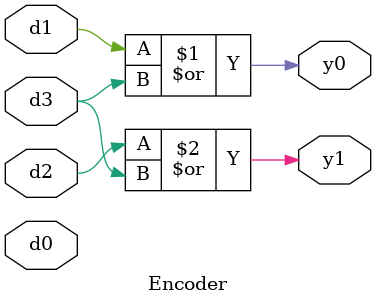
<source format=v>
module Encoder(
  input d0, d1, d2, d3,
  output y1, y0);

  or (y0, d1, d3);
  or (y1, d2, d3);

endmodule


</source>
